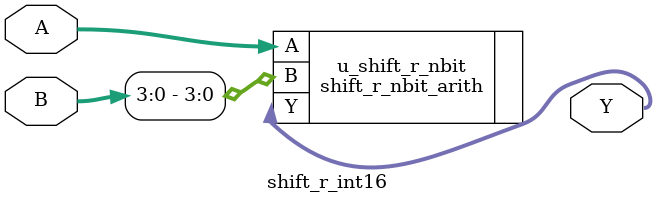
<source format=v>

module shift_r_int16 #(
    parameter WIDTH = 16
)(
    input [WIDTH-1:0] A,
    input [WIDTH-1:0] B,
    output [WIDTH-1:0] Y
);

    localparam SHIFT_WIDTH = 4;

    shift_r_nbit_arith #(
        .WIDTH(WIDTH),
        .SHIFT_WIDTH(SHIFT_WIDTH)
    ) u_shift_r_nbit (
        .A(A),
        .B(B[SHIFT_WIDTH-1:0]),
        .Y(Y)
    );

endmodule

</source>
